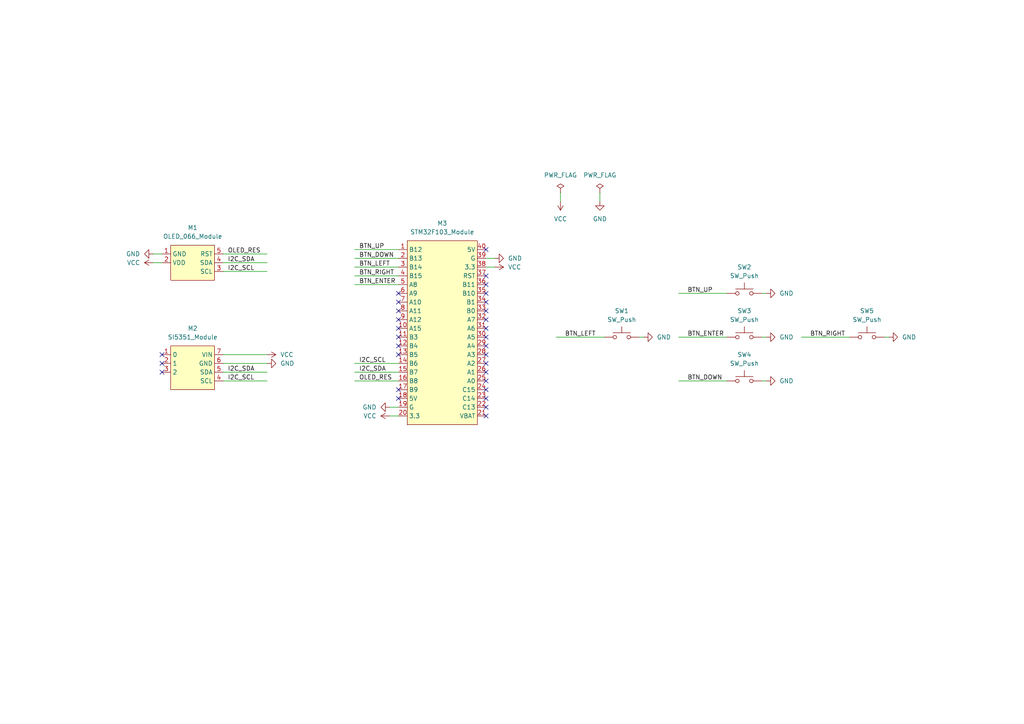
<source format=kicad_sch>
(kicad_sch (version 20211123) (generator eeschema)
  (paper "A4")
  (lib_symbols
    (symbol "MultiOscParts:OLED_066_Module"
      (property "Reference" "M" (at -1.27 1.27 0))
      (property "Value" "OLED_066_Module" (at 0 3.81 0))
      (symbol "OLED_066_Module_0_1"
        (rectangle (start -6.35 0) (end 6.35 -10.16) (fill (type background)))
      )
      (symbol "OLED_066_Module_1_1"
        (pin power_in line (at -8.89 -2.54 0) (length 2.54) (name "GND") (number "1"))
        (pin power_in line (at -8.89 -5.08 0) (length 2.54) (name "VDD") (number "2"))
        (pin open_collector line (at 8.89 -7.62 180) (length 2.54) (name "SCL") (number "3"))
        (pin open_collector line (at 8.89 -5.08 180) (length 2.54) (name "SDA") (number "4"))
        (pin input line (at 8.89 -2.54 180) (length 2.54) (name "RST") (number "5"))
      )
    )
    (symbol "MultiOscParts:SI5351_Module"
      (property "Reference" "M" (at -2.54 1.27 0))
      (property "Value" "SI5351_Module" (at 0 3.81 0))
      (symbol "SI5351_Module_0_1"
        (rectangle (start -6.35 0) (end 6.35 -12.7) (fill (type background)))
      )
      (symbol "SI5351_Module_1_1"
        (pin output line (at -8.89 -2.54 0) (length 2.54) (name "0") (number "1"))
        (pin output line (at -8.89 -5.08 0) (length 2.54) (name "1") (number "2"))
        (pin output line (at -8.89 -7.62 0) (length 2.54) (name "2") (number "3"))
        (pin open_collector line (at 8.89 -10.16 180) (length 2.54) (name "SCL") (number "4"))
        (pin open_collector line (at 8.89 -7.62 180) (length 2.54) (name "SDA") (number "5"))
        (pin power_in line (at 8.89 -5.08 180) (length 2.54) (name "GND") (number "6"))
        (pin power_in line (at 8.89 -2.54 180) (length 2.54) (name "VIN") (number "7"))
      )
    )
    (symbol "MultiOscParts:STM32F103_Module"
      (property "Reference" "M" (at -2.54 1.27 0))
      (property "Value" "STM32F103_Module" (at 0 3.81 0))
      (symbol "STM32F103_Module_0_1"
        (rectangle (start -10.16 0) (end 10.16 -53.34) (fill (type background)))
      )
      (symbol "STM32F103_Module_1_1"
        (pin tri_state line (at -12.7 -2.54 0) (length 2.54) (name "B12") (number "1"))
        (pin tri_state line (at -12.7 -25.4 0) (length 2.54) (name "A15") (number "10"))
        (pin tri_state line (at -12.7 -27.94 0) (length 2.54) (name "B3") (number "11"))
        (pin tri_state line (at -12.7 -30.48 0) (length 2.54) (name "B4") (number "12"))
        (pin tri_state line (at -12.7 -33.02 0) (length 2.54) (name "B5") (number "13"))
        (pin tri_state line (at -12.7 -35.56 0) (length 2.54) (name "B6") (number "14"))
        (pin tri_state line (at -12.7 -38.1 0) (length 2.54) (name "B7") (number "15"))
        (pin tri_state line (at -12.7 -40.64 0) (length 2.54) (name "B8") (number "16"))
        (pin tri_state line (at -12.7 -43.18 0) (length 2.54) (name "B9") (number "17"))
        (pin power_in line (at -12.7 -45.72 0) (length 2.54) (name "5V") (number "18"))
        (pin power_in line (at -12.7 -48.26 0) (length 2.54) (name "G") (number "19"))
        (pin tri_state line (at -12.7 -5.08 0) (length 2.54) (name "B13") (number "2"))
        (pin power_in line (at -12.7 -50.8 0) (length 2.54) (name "3.3") (number "20"))
        (pin power_in line (at 12.7 -50.8 180) (length 2.54) (name "VBAT") (number "21"))
        (pin tri_state line (at 12.7 -48.26 180) (length 2.54) (name "C13") (number "22"))
        (pin tri_state line (at 12.7 -45.72 180) (length 2.54) (name "C14") (number "23"))
        (pin tri_state line (at 12.7 -43.18 180) (length 2.54) (name "C15") (number "24"))
        (pin tri_state line (at 12.7 -40.64 180) (length 2.54) (name "A0") (number "25"))
        (pin tri_state line (at 12.7 -38.1 180) (length 2.54) (name "A1") (number "26"))
        (pin tri_state line (at 12.7 -35.56 180) (length 2.54) (name "A2") (number "27"))
        (pin tri_state line (at 12.7 -33.02 180) (length 2.54) (name "A3") (number "28"))
        (pin tri_state line (at 12.7 -30.48 180) (length 2.54) (name "A4") (number "29"))
        (pin tri_state line (at -12.7 -7.62 0) (length 2.54) (name "B14") (number "3"))
        (pin tri_state line (at 12.7 -27.94 180) (length 2.54) (name "A5") (number "30"))
        (pin tri_state line (at 12.7 -25.4 180) (length 2.54) (name "A6") (number "31"))
        (pin tri_state line (at 12.7 -22.86 180) (length 2.54) (name "A7") (number "32"))
        (pin tri_state line (at 12.7 -20.32 180) (length 2.54) (name "B0") (number "33"))
        (pin tri_state line (at 12.7 -17.78 180) (length 2.54) (name "B1") (number "34"))
        (pin tri_state line (at 12.7 -15.24 180) (length 2.54) (name "B10") (number "35"))
        (pin tri_state line (at 12.7 -12.7 180) (length 2.54) (name "B11") (number "36"))
        (pin input line (at 12.7 -10.16 180) (length 2.54) (name "RST") (number "37"))
        (pin power_in line (at 12.7 -7.62 180) (length 2.54) (name "3.3") (number "38"))
        (pin power_in line (at 12.7 -5.08 180) (length 2.54) (name "G") (number "39"))
        (pin tri_state line (at -12.7 -10.16 0) (length 2.54) (name "B15") (number "4"))
        (pin power_in line (at 12.7 -2.54 180) (length 2.54) (name "5V") (number "40"))
        (pin tri_state line (at -12.7 -12.7 0) (length 2.54) (name "A8") (number "5"))
        (pin tri_state line (at -12.7 -15.24 0) (length 2.54) (name "A9") (number "6"))
        (pin tri_state line (at -12.7 -17.78 0) (length 2.54) (name "A10") (number "7"))
        (pin tri_state line (at -12.7 -20.32 0) (length 2.54) (name "A11") (number "8"))
        (pin tri_state line (at -12.7 -22.86 0) (length 2.54) (name "A12") (number "9"))
      )
    )
    (symbol "Switch:SW_Push" (pin_numbers hide) (pin_names (offset 1.016) hide)
      (property "Reference" "SW" (at 1.27 2.54 0))
      (property "Value" "SW_Push" (at 0 -1.524 0))
      (symbol "SW_Push_0_1"
        (circle (center -2.032 0) (radius 0.508))
        (polyline (pts (xy 0 1.27) (xy 0 3.048)))
        (polyline (pts (xy 2.54 1.27) (xy -2.54 1.27)))
        (circle (center 2.032 0) (radius 0.508))
        (pin passive line (at -5.08 0 0) (length 2.54) (name "1") (number "1"))
        (pin passive line (at 5.08 0 180) (length 2.54) (name "2") (number "2"))
      )
    )
    (symbol "power:GND" (power) (pin_names (offset 0))
      (property "Value" "GND" (at 0 -3.81 0))
      (symbol "GND_0_1"
        (polyline (pts (xy 0 0) (xy 0 -1.27) (xy 1.27 -1.27) (xy 0 -2.54) (xy -1.27 -1.27) (xy 0 -1.27)))
      )
      (symbol "GND_1_1"
        (pin power_in line (at 0 0 270) (length 0) hide (name "GND") (number "1"))
      )
    )
    (symbol "power:PWR_FLAG" (power) (pin_numbers hide) (pin_names (offset 0) hide)
      (property "Value" "PWR_FLAG" (at 0 3.81 0))
      (symbol "PWR_FLAG_0_0"
        (pin power_out line (at 0 0 90) (length 0) (name "pwr") (number "1"))
      )
      (symbol "PWR_FLAG_0_1"
        (polyline (pts (xy 0 0) (xy 0 1.27) (xy -1.016 1.905) (xy 0 2.54) (xy 1.016 1.905) (xy 0 1.27)))
      )
    )
    (symbol "power:VCC" (power) (pin_names (offset 0))
      (property "Value" "VCC" (at 0 3.81 0))
      (symbol "VCC_0_1"
        (polyline (pts (xy -0.762 1.27) (xy 0 2.54)))
        (polyline (pts (xy 0 0) (xy 0 2.54)))
        (polyline (pts (xy 0 2.54) (xy 0.762 1.27)))
      )
      (symbol "VCC_1_1"
        (pin power_in line (at 0 0 90) (length 0) hide (name "VCC") (number "1"))
      )
    )
  )
  (no_connect (at 46.99 107.95))
  (no_connect (at 46.99 102.87))
  (no_connect (at 46.99 105.41))
  (no_connect (at 115.57 92.71))
  (no_connect (at 115.57 90.17))
  (no_connect (at 115.57 87.63))
  (no_connect (at 115.57 85.09))
  (no_connect (at 115.57 115.57))
  (no_connect (at 115.57 113.03))
  (no_connect (at 115.57 95.25))
  (no_connect (at 115.57 97.79))
  (no_connect (at 115.57 102.87))
  (no_connect (at 115.57 100.33))
  (no_connect (at 140.97 110.49))
  (no_connect (at 140.97 113.03))
  (no_connect (at 140.97 115.57))
  (no_connect (at 140.97 118.11))
  (no_connect (at 140.97 120.65))
  (no_connect (at 140.97 107.95))
  (no_connect (at 140.97 105.41))
  (no_connect (at 140.97 95.25))
  (no_connect (at 140.97 100.33))
  (no_connect (at 140.97 102.87))
  (no_connect (at 140.97 92.71))
  (no_connect (at 140.97 97.79))
  (no_connect (at 140.97 90.17))
  (no_connect (at 140.97 85.09))
  (no_connect (at 140.97 82.55))
  (no_connect (at 140.97 87.63))
  (no_connect (at 140.97 80.01))
  (no_connect (at 140.97 72.39))
  (wire (pts (xy 64.77 73.66) (xy 77.47 73.66)))
  (wire (pts (xy 140.97 77.47) (xy 143.51 77.47)))
  (wire (pts (xy 196.85 85.09) (xy 210.82 85.09)))
  (wire (pts (xy 44.45 76.2) (xy 46.99 76.2)))
  (wire (pts (xy 102.87 110.49) (xy 115.57 110.49)))
  (wire (pts (xy 102.87 74.93) (xy 115.57 74.93)))
  (wire (pts (xy 113.03 118.11) (xy 115.57 118.11)))
  (wire (pts (xy 220.98 97.79) (xy 222.25 97.79)))
  (wire (pts (xy 232.41 97.79) (xy 246.38 97.79)))
  (wire (pts (xy 44.45 73.66) (xy 46.99 73.66)))
  (wire (pts (xy 140.97 74.93) (xy 143.51 74.93)))
  (wire (pts (xy 220.98 85.09) (xy 222.25 85.09)))
  (wire (pts (xy 196.85 97.79) (xy 210.82 97.79)))
  (wire (pts (xy 113.03 120.65) (xy 115.57 120.65)))
  (wire (pts (xy 161.29 97.79) (xy 175.26 97.79)))
  (wire (pts (xy 102.87 77.47) (xy 115.57 77.47)))
  (wire (pts (xy 256.54 97.79) (xy 257.81 97.79)))
  (wire (pts (xy 102.87 82.55) (xy 115.57 82.55)))
  (wire (pts (xy 102.87 105.41) (xy 115.57 105.41)))
  (wire (pts (xy 220.98 110.49) (xy 222.25 110.49)))
  (wire (pts (xy 102.87 80.01) (xy 115.57 80.01)))
  (wire (pts (xy 102.87 72.39) (xy 115.57 72.39)))
  (wire (pts (xy 64.77 102.87) (xy 77.47 102.87)))
  (wire (pts (xy 64.77 76.2) (xy 77.47 76.2)))
  (wire (pts (xy 173.99 55.88) (xy 173.99 58.42)))
  (wire (pts (xy 162.56 55.88) (xy 162.56 58.42)))
  (wire (pts (xy 64.77 107.95) (xy 77.47 107.95)))
  (wire (pts (xy 64.77 78.74) (xy 77.47 78.74)))
  (wire (pts (xy 64.77 105.41) (xy 77.47 105.41)))
  (wire (pts (xy 102.87 107.95) (xy 115.57 107.95)))
  (wire (pts (xy 196.85 110.49) (xy 210.82 110.49)))
  (wire (pts (xy 64.77 110.49) (xy 77.47 110.49)))
  (wire (pts (xy 185.42 97.79) (xy 186.69 97.79)))
  (label "I2C_SCL" (at 66.04 78.74 0))
  (label "OLED_RES" (at 66.04 73.66 0))
  (label "OLED_RES" (at 104.14 110.49 0))
  (label "BTN_RIGHT" (at 104.14 80.01 0))
  (label "I2C_SCL" (at 104.14 105.41 0))
  (label "I2C_SDA" (at 104.14 107.95 0))
  (label "BTN_UP" (at 104.14 72.39 0))
  (label "BTN_UP" (at 199.39 85.09 0))
  (label "BTN_ENTER" (at 104.14 82.55 0))
  (label "I2C_SCL" (at 66.04 110.49 0))
  (label "BTN_LEFT" (at 104.14 77.47 0))
  (label "BTN_DOWN" (at 199.39 110.49 0))
  (label "BTN_RIGHT" (at 234.95 97.79 0))
  (label "I2C_SDA" (at 66.04 107.95 0))
  (label "I2C_SDA" (at 66.04 76.2 0))
  (label "BTN_ENTER" (at 199.39 97.79 0))
  (label "BTN_DOWN" (at 104.14 74.93 0))
  (label "BTN_LEFT" (at 163.83 97.79 0))
  (symbol (lib_id "power:PWR_FLAG") (at 173.99 55.88 0) (unit 1)
    (property "Reference" "#FLG0102" (effects hide))
    (property "Value" "PWR_FLAG" (at 173.99 50.8 0))
  )
  (symbol (lib_id "power:GND") (at 186.69 97.79 90) (unit 1)
    (property "Reference" "#PWR09" (effects hide))
    (property "Value" "GND" (at 190.5 97.7899 90) (effects (justify right)))
  )
  (symbol (lib_id "Switch:SW_Push") (at 215.9 110.49 0) (unit 1)
    (property "Reference" "SW4" (at 215.9 102.87 0))
    (property "Value" "SW_Push" (at 215.9 105.41 0))
    (property "Footprint" "Button_Switch_THT:SW_PUSH_6mm_H7.3mm" (effects hide))
  )
  (symbol (lib_id "power:GND") (at 77.47 105.41 90) (unit 1)
    (property "Reference" "#PWR04" (effects hide))
    (property "Value" "GND" (at 81.28 105.4099 90) (effects (justify right)))
  )
  (symbol (lib_id "power:GND") (at 222.25 85.09 90) (unit 1)
    (property "Reference" "#PWR010" (effects hide))
    (property "Value" "GND" (at 226.06 85.0899 90) (effects (justify right)))
  )
  (symbol (lib_id "power:GND") (at 173.99 58.42 0) (unit 1)
    (property "Reference" "#PWR0101" (effects hide))
    (property "Value" "GND" (at 173.99 63.5 0))
  )
  (symbol (lib_id "power:GND") (at 44.45 73.66 270) (unit 1)
    (property "Reference" "#PWR01" (effects hide))
    (property "Value" "GND" (at 40.64 73.6599 90) (effects (justify right)))
  )
  (symbol (lib_id "power:GND") (at 143.51 74.93 90) (unit 1)
    (property "Reference" "#PWR07" (effects hide))
    (property "Value" "GND" (at 147.32 74.9299 90) (effects (justify right)))
  )
  (symbol (lib_id "power:GND") (at 113.03 118.11 270) (unit 1)
    (property "Reference" "#PWR05" (effects hide))
    (property "Value" "GND" (at 109.22 118.1099 90) (effects (justify right)))
  )
  (symbol (lib_id "power:VCC") (at 143.51 77.47 270) (unit 1)
    (property "Reference" "#PWR08" (effects hide))
    (property "Value" "VCC" (at 147.32 77.4699 90) (effects (justify left)))
  )
  (symbol (lib_id "Switch:SW_Push") (at 215.9 85.09 0) (unit 1)
    (property "Reference" "SW2" (at 215.9 77.47 0))
    (property "Value" "SW_Push" (at 215.9 80.01 0))
    (property "Footprint" "Button_Switch_THT:SW_PUSH_6mm_H7.3mm" (effects hide))
  )
  (symbol (lib_id "power:GND") (at 257.81 97.79 90) (unit 1)
    (property "Reference" "#PWR013" (effects hide))
    (property "Value" "GND" (at 261.62 97.7899 90) (effects (justify right)))
  )
  (symbol (lib_id "Switch:SW_Push") (at 215.9 97.79 0) (unit 1)
    (property "Reference" "SW3" (at 215.9 90.17 0))
    (property "Value" "SW_Push" (at 215.9 92.71 0))
    (property "Footprint" "Button_Switch_THT:SW_PUSH_6mm_H7.3mm" (effects hide))
  )
  (symbol (lib_id "power:GND") (at 222.25 97.79 90) (unit 1)
    (property "Reference" "#PWR011" (effects hide))
    (property "Value" "GND" (at 226.06 97.79 90) (effects (justify right)))
  )
  (symbol (lib_id "power:VCC") (at 44.45 76.2 90) (unit 1)
    (property "Reference" "#PWR02" (effects hide))
    (property "Value" "VCC" (at 40.64 76.1999 90) (effects (justify left)))
  )
  (symbol (lib_id "power:VCC") (at 162.56 58.42 180) (unit 1)
    (property "Reference" "#PWR0102" (effects hide))
    (property "Value" "VCC" (at 162.56 63.5 0))
  )
  (symbol (lib_id "power:GND") (at 222.25 110.49 90) (unit 1)
    (property "Reference" "#PWR012" (effects hide))
    (property "Value" "GND" (at 226.06 110.4899 90) (effects (justify right)))
  )
  (symbol (lib_id "Switch:SW_Push") (at 180.34 97.79 0) (unit 1)
    (property "Reference" "SW1" (at 180.34 90.17 0))
    (property "Value" "SW_Push" (at 180.34 92.71 0))
    (property "Footprint" "Button_Switch_THT:SW_PUSH_6mm_H7.3mm" (effects hide))
  )
  (symbol (lib_id "MultiOscParts:SI5351_Module") (at 55.88 100.33 0) (unit 1)
    (property "Reference" "M2" (at 55.88 95.25 0))
    (property "Value" "SI5351_Module" (at 55.88 97.79 0))
    (property "Footprint" "MultiOscFootprints:SI5351_Module" (effects hide))
  )
  (symbol (lib_id "MultiOscParts:STM32F103_Module") (at 128.27 69.85 0) (unit 1)
    (property "Reference" "M3" (at 128.27 64.77 0))
    (property "Value" "STM32F103_Module" (at 128.27 67.31 0))
    (property "Footprint" "MultiOscFootprints:STM32F103_Module" (effects hide))
  )
  (symbol (lib_id "MultiOscParts:OLED_066_Module") (at 55.88 71.12 0) (unit 1)
    (property "Reference" "M1" (at 55.88 66.04 0))
    (property "Value" "OLED_066_Module" (at 55.88 68.58 0))
    (property "Footprint" "MultiOscFootprints:OLED_066_Module" (effects hide))
  )
  (symbol (lib_id "power:VCC") (at 77.47 102.87 270) (unit 1)
    (property "Reference" "#PWR03" (effects hide))
    (property "Value" "VCC" (at 81.28 102.8699 90) (effects (justify left)))
  )
  (symbol (lib_id "Switch:SW_Push") (at 251.46 97.79 0) (unit 1)
    (property "Reference" "SW5" (at 251.46 90.17 0))
    (property "Value" "SW_Push" (at 251.46 92.71 0))
    (property "Footprint" "Button_Switch_THT:SW_PUSH_6mm_H7.3mm" (effects hide))
  )
  (symbol (lib_id "power:PWR_FLAG") (at 162.56 55.88 0) (unit 1)
    (property "Reference" "#FLG0101" (effects hide))
    (property "Value" "PWR_FLAG" (at 162.56 50.8 0))
  )
  (symbol (lib_id "power:VCC") (at 113.03 120.65 90) (unit 1)
    (property "Reference" "#PWR06" (effects hide))
    (property "Value" "VCC" (at 109.22 120.6499 90) (effects (justify left)))
  )
)
</source>
